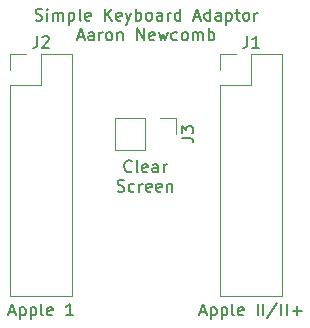
<source format=gbr>
%TF.GenerationSoftware,KiCad,Pcbnew,(5.1.9)-1*%
%TF.CreationDate,2021-08-12T01:32:41-07:00*%
%TF.ProjectId,Apple2to1,4170706c-6532-4746-9f31-2e6b69636164,rev?*%
%TF.SameCoordinates,Original*%
%TF.FileFunction,Legend,Top*%
%TF.FilePolarity,Positive*%
%FSLAX46Y46*%
G04 Gerber Fmt 4.6, Leading zero omitted, Abs format (unit mm)*
G04 Created by KiCad (PCBNEW (5.1.9)-1) date 2021-08-12 01:32:41*
%MOMM*%
%LPD*%
G01*
G04 APERTURE LIST*
%ADD10C,0.150000*%
%ADD11C,0.120000*%
G04 APERTURE END LIST*
D10*
X113832857Y-89749761D02*
X113975714Y-89797380D01*
X114213809Y-89797380D01*
X114309047Y-89749761D01*
X114356666Y-89702142D01*
X114404285Y-89606904D01*
X114404285Y-89511666D01*
X114356666Y-89416428D01*
X114309047Y-89368809D01*
X114213809Y-89321190D01*
X114023333Y-89273571D01*
X113928095Y-89225952D01*
X113880476Y-89178333D01*
X113832857Y-89083095D01*
X113832857Y-88987857D01*
X113880476Y-88892619D01*
X113928095Y-88845000D01*
X114023333Y-88797380D01*
X114261428Y-88797380D01*
X114404285Y-88845000D01*
X114832857Y-89797380D02*
X114832857Y-89130714D01*
X114832857Y-88797380D02*
X114785238Y-88845000D01*
X114832857Y-88892619D01*
X114880476Y-88845000D01*
X114832857Y-88797380D01*
X114832857Y-88892619D01*
X115309047Y-89797380D02*
X115309047Y-89130714D01*
X115309047Y-89225952D02*
X115356666Y-89178333D01*
X115451904Y-89130714D01*
X115594761Y-89130714D01*
X115690000Y-89178333D01*
X115737619Y-89273571D01*
X115737619Y-89797380D01*
X115737619Y-89273571D02*
X115785238Y-89178333D01*
X115880476Y-89130714D01*
X116023333Y-89130714D01*
X116118571Y-89178333D01*
X116166190Y-89273571D01*
X116166190Y-89797380D01*
X116642380Y-89130714D02*
X116642380Y-90130714D01*
X116642380Y-89178333D02*
X116737619Y-89130714D01*
X116928095Y-89130714D01*
X117023333Y-89178333D01*
X117070952Y-89225952D01*
X117118571Y-89321190D01*
X117118571Y-89606904D01*
X117070952Y-89702142D01*
X117023333Y-89749761D01*
X116928095Y-89797380D01*
X116737619Y-89797380D01*
X116642380Y-89749761D01*
X117690000Y-89797380D02*
X117594761Y-89749761D01*
X117547142Y-89654523D01*
X117547142Y-88797380D01*
X118451904Y-89749761D02*
X118356666Y-89797380D01*
X118166190Y-89797380D01*
X118070952Y-89749761D01*
X118023333Y-89654523D01*
X118023333Y-89273571D01*
X118070952Y-89178333D01*
X118166190Y-89130714D01*
X118356666Y-89130714D01*
X118451904Y-89178333D01*
X118499523Y-89273571D01*
X118499523Y-89368809D01*
X118023333Y-89464047D01*
X119690000Y-89797380D02*
X119690000Y-88797380D01*
X120261428Y-89797380D02*
X119832857Y-89225952D01*
X120261428Y-88797380D02*
X119690000Y-89368809D01*
X121070952Y-89749761D02*
X120975714Y-89797380D01*
X120785238Y-89797380D01*
X120690000Y-89749761D01*
X120642380Y-89654523D01*
X120642380Y-89273571D01*
X120690000Y-89178333D01*
X120785238Y-89130714D01*
X120975714Y-89130714D01*
X121070952Y-89178333D01*
X121118571Y-89273571D01*
X121118571Y-89368809D01*
X120642380Y-89464047D01*
X121451904Y-89130714D02*
X121690000Y-89797380D01*
X121928095Y-89130714D02*
X121690000Y-89797380D01*
X121594761Y-90035476D01*
X121547142Y-90083095D01*
X121451904Y-90130714D01*
X122309047Y-89797380D02*
X122309047Y-88797380D01*
X122309047Y-89178333D02*
X122404285Y-89130714D01*
X122594761Y-89130714D01*
X122690000Y-89178333D01*
X122737619Y-89225952D01*
X122785238Y-89321190D01*
X122785238Y-89606904D01*
X122737619Y-89702142D01*
X122690000Y-89749761D01*
X122594761Y-89797380D01*
X122404285Y-89797380D01*
X122309047Y-89749761D01*
X123356666Y-89797380D02*
X123261428Y-89749761D01*
X123213809Y-89702142D01*
X123166190Y-89606904D01*
X123166190Y-89321190D01*
X123213809Y-89225952D01*
X123261428Y-89178333D01*
X123356666Y-89130714D01*
X123499523Y-89130714D01*
X123594761Y-89178333D01*
X123642380Y-89225952D01*
X123690000Y-89321190D01*
X123690000Y-89606904D01*
X123642380Y-89702142D01*
X123594761Y-89749761D01*
X123499523Y-89797380D01*
X123356666Y-89797380D01*
X124547142Y-89797380D02*
X124547142Y-89273571D01*
X124499523Y-89178333D01*
X124404285Y-89130714D01*
X124213809Y-89130714D01*
X124118571Y-89178333D01*
X124547142Y-89749761D02*
X124451904Y-89797380D01*
X124213809Y-89797380D01*
X124118571Y-89749761D01*
X124070952Y-89654523D01*
X124070952Y-89559285D01*
X124118571Y-89464047D01*
X124213809Y-89416428D01*
X124451904Y-89416428D01*
X124547142Y-89368809D01*
X125023333Y-89797380D02*
X125023333Y-89130714D01*
X125023333Y-89321190D02*
X125070952Y-89225952D01*
X125118571Y-89178333D01*
X125213809Y-89130714D01*
X125309047Y-89130714D01*
X126070952Y-89797380D02*
X126070952Y-88797380D01*
X126070952Y-89749761D02*
X125975714Y-89797380D01*
X125785238Y-89797380D01*
X125690000Y-89749761D01*
X125642380Y-89702142D01*
X125594761Y-89606904D01*
X125594761Y-89321190D01*
X125642380Y-89225952D01*
X125690000Y-89178333D01*
X125785238Y-89130714D01*
X125975714Y-89130714D01*
X126070952Y-89178333D01*
X127261428Y-89511666D02*
X127737619Y-89511666D01*
X127166190Y-89797380D02*
X127499523Y-88797380D01*
X127832857Y-89797380D01*
X128594761Y-89797380D02*
X128594761Y-88797380D01*
X128594761Y-89749761D02*
X128499523Y-89797380D01*
X128309047Y-89797380D01*
X128213809Y-89749761D01*
X128166190Y-89702142D01*
X128118571Y-89606904D01*
X128118571Y-89321190D01*
X128166190Y-89225952D01*
X128213809Y-89178333D01*
X128309047Y-89130714D01*
X128499523Y-89130714D01*
X128594761Y-89178333D01*
X129499523Y-89797380D02*
X129499523Y-89273571D01*
X129451904Y-89178333D01*
X129356666Y-89130714D01*
X129166190Y-89130714D01*
X129070952Y-89178333D01*
X129499523Y-89749761D02*
X129404285Y-89797380D01*
X129166190Y-89797380D01*
X129070952Y-89749761D01*
X129023333Y-89654523D01*
X129023333Y-89559285D01*
X129070952Y-89464047D01*
X129166190Y-89416428D01*
X129404285Y-89416428D01*
X129499523Y-89368809D01*
X129975714Y-89130714D02*
X129975714Y-90130714D01*
X129975714Y-89178333D02*
X130070952Y-89130714D01*
X130261428Y-89130714D01*
X130356666Y-89178333D01*
X130404285Y-89225952D01*
X130451904Y-89321190D01*
X130451904Y-89606904D01*
X130404285Y-89702142D01*
X130356666Y-89749761D01*
X130261428Y-89797380D01*
X130070952Y-89797380D01*
X129975714Y-89749761D01*
X130737619Y-89130714D02*
X131118571Y-89130714D01*
X130880476Y-88797380D02*
X130880476Y-89654523D01*
X130928095Y-89749761D01*
X131023333Y-89797380D01*
X131118571Y-89797380D01*
X131594761Y-89797380D02*
X131499523Y-89749761D01*
X131451904Y-89702142D01*
X131404285Y-89606904D01*
X131404285Y-89321190D01*
X131451904Y-89225952D01*
X131499523Y-89178333D01*
X131594761Y-89130714D01*
X131737619Y-89130714D01*
X131832857Y-89178333D01*
X131880476Y-89225952D01*
X131928095Y-89321190D01*
X131928095Y-89606904D01*
X131880476Y-89702142D01*
X131832857Y-89749761D01*
X131737619Y-89797380D01*
X131594761Y-89797380D01*
X132356666Y-89797380D02*
X132356666Y-89130714D01*
X132356666Y-89321190D02*
X132404285Y-89225952D01*
X132451904Y-89178333D01*
X132547142Y-89130714D01*
X132642380Y-89130714D01*
X117428095Y-91161666D02*
X117904285Y-91161666D01*
X117332857Y-91447380D02*
X117666190Y-90447380D01*
X117999523Y-91447380D01*
X118761428Y-91447380D02*
X118761428Y-90923571D01*
X118713809Y-90828333D01*
X118618571Y-90780714D01*
X118428095Y-90780714D01*
X118332857Y-90828333D01*
X118761428Y-91399761D02*
X118666190Y-91447380D01*
X118428095Y-91447380D01*
X118332857Y-91399761D01*
X118285238Y-91304523D01*
X118285238Y-91209285D01*
X118332857Y-91114047D01*
X118428095Y-91066428D01*
X118666190Y-91066428D01*
X118761428Y-91018809D01*
X119237619Y-91447380D02*
X119237619Y-90780714D01*
X119237619Y-90971190D02*
X119285238Y-90875952D01*
X119332857Y-90828333D01*
X119428095Y-90780714D01*
X119523333Y-90780714D01*
X119999523Y-91447380D02*
X119904285Y-91399761D01*
X119856666Y-91352142D01*
X119809047Y-91256904D01*
X119809047Y-90971190D01*
X119856666Y-90875952D01*
X119904285Y-90828333D01*
X119999523Y-90780714D01*
X120142380Y-90780714D01*
X120237619Y-90828333D01*
X120285238Y-90875952D01*
X120332857Y-90971190D01*
X120332857Y-91256904D01*
X120285238Y-91352142D01*
X120237619Y-91399761D01*
X120142380Y-91447380D01*
X119999523Y-91447380D01*
X120761428Y-90780714D02*
X120761428Y-91447380D01*
X120761428Y-90875952D02*
X120809047Y-90828333D01*
X120904285Y-90780714D01*
X121047142Y-90780714D01*
X121142380Y-90828333D01*
X121190000Y-90923571D01*
X121190000Y-91447380D01*
X122428095Y-91447380D02*
X122428095Y-90447380D01*
X122999523Y-91447380D01*
X122999523Y-90447380D01*
X123856666Y-91399761D02*
X123761428Y-91447380D01*
X123570952Y-91447380D01*
X123475714Y-91399761D01*
X123428095Y-91304523D01*
X123428095Y-90923571D01*
X123475714Y-90828333D01*
X123570952Y-90780714D01*
X123761428Y-90780714D01*
X123856666Y-90828333D01*
X123904285Y-90923571D01*
X123904285Y-91018809D01*
X123428095Y-91114047D01*
X124237619Y-90780714D02*
X124428095Y-91447380D01*
X124618571Y-90971190D01*
X124809047Y-91447380D01*
X124999523Y-90780714D01*
X125809047Y-91399761D02*
X125713809Y-91447380D01*
X125523333Y-91447380D01*
X125428095Y-91399761D01*
X125380476Y-91352142D01*
X125332857Y-91256904D01*
X125332857Y-90971190D01*
X125380476Y-90875952D01*
X125428095Y-90828333D01*
X125523333Y-90780714D01*
X125713809Y-90780714D01*
X125809047Y-90828333D01*
X126380476Y-91447380D02*
X126285238Y-91399761D01*
X126237619Y-91352142D01*
X126190000Y-91256904D01*
X126190000Y-90971190D01*
X126237619Y-90875952D01*
X126285238Y-90828333D01*
X126380476Y-90780714D01*
X126523333Y-90780714D01*
X126618571Y-90828333D01*
X126666190Y-90875952D01*
X126713809Y-90971190D01*
X126713809Y-91256904D01*
X126666190Y-91352142D01*
X126618571Y-91399761D01*
X126523333Y-91447380D01*
X126380476Y-91447380D01*
X127142380Y-91447380D02*
X127142380Y-90780714D01*
X127142380Y-90875952D02*
X127190000Y-90828333D01*
X127285238Y-90780714D01*
X127428095Y-90780714D01*
X127523333Y-90828333D01*
X127570952Y-90923571D01*
X127570952Y-91447380D01*
X127570952Y-90923571D02*
X127618571Y-90828333D01*
X127713809Y-90780714D01*
X127856666Y-90780714D01*
X127951904Y-90828333D01*
X127999523Y-90923571D01*
X127999523Y-91447380D01*
X128475714Y-91447380D02*
X128475714Y-90447380D01*
X128475714Y-90828333D02*
X128570952Y-90780714D01*
X128761428Y-90780714D01*
X128856666Y-90828333D01*
X128904285Y-90875952D01*
X128951904Y-90971190D01*
X128951904Y-91256904D01*
X128904285Y-91352142D01*
X128856666Y-91399761D01*
X128761428Y-91447380D01*
X128570952Y-91447380D01*
X128475714Y-91399761D01*
X121957142Y-102532142D02*
X121909523Y-102579761D01*
X121766666Y-102627380D01*
X121671428Y-102627380D01*
X121528571Y-102579761D01*
X121433333Y-102484523D01*
X121385714Y-102389285D01*
X121338095Y-102198809D01*
X121338095Y-102055952D01*
X121385714Y-101865476D01*
X121433333Y-101770238D01*
X121528571Y-101675000D01*
X121671428Y-101627380D01*
X121766666Y-101627380D01*
X121909523Y-101675000D01*
X121957142Y-101722619D01*
X122528571Y-102627380D02*
X122433333Y-102579761D01*
X122385714Y-102484523D01*
X122385714Y-101627380D01*
X123290476Y-102579761D02*
X123195238Y-102627380D01*
X123004761Y-102627380D01*
X122909523Y-102579761D01*
X122861904Y-102484523D01*
X122861904Y-102103571D01*
X122909523Y-102008333D01*
X123004761Y-101960714D01*
X123195238Y-101960714D01*
X123290476Y-102008333D01*
X123338095Y-102103571D01*
X123338095Y-102198809D01*
X122861904Y-102294047D01*
X124195238Y-102627380D02*
X124195238Y-102103571D01*
X124147619Y-102008333D01*
X124052380Y-101960714D01*
X123861904Y-101960714D01*
X123766666Y-102008333D01*
X124195238Y-102579761D02*
X124100000Y-102627380D01*
X123861904Y-102627380D01*
X123766666Y-102579761D01*
X123719047Y-102484523D01*
X123719047Y-102389285D01*
X123766666Y-102294047D01*
X123861904Y-102246428D01*
X124100000Y-102246428D01*
X124195238Y-102198809D01*
X124671428Y-102627380D02*
X124671428Y-101960714D01*
X124671428Y-102151190D02*
X124719047Y-102055952D01*
X124766666Y-102008333D01*
X124861904Y-101960714D01*
X124957142Y-101960714D01*
X120766666Y-104229761D02*
X120909523Y-104277380D01*
X121147619Y-104277380D01*
X121242857Y-104229761D01*
X121290476Y-104182142D01*
X121338095Y-104086904D01*
X121338095Y-103991666D01*
X121290476Y-103896428D01*
X121242857Y-103848809D01*
X121147619Y-103801190D01*
X120957142Y-103753571D01*
X120861904Y-103705952D01*
X120814285Y-103658333D01*
X120766666Y-103563095D01*
X120766666Y-103467857D01*
X120814285Y-103372619D01*
X120861904Y-103325000D01*
X120957142Y-103277380D01*
X121195238Y-103277380D01*
X121338095Y-103325000D01*
X122195238Y-104229761D02*
X122100000Y-104277380D01*
X121909523Y-104277380D01*
X121814285Y-104229761D01*
X121766666Y-104182142D01*
X121719047Y-104086904D01*
X121719047Y-103801190D01*
X121766666Y-103705952D01*
X121814285Y-103658333D01*
X121909523Y-103610714D01*
X122100000Y-103610714D01*
X122195238Y-103658333D01*
X122623809Y-104277380D02*
X122623809Y-103610714D01*
X122623809Y-103801190D02*
X122671428Y-103705952D01*
X122719047Y-103658333D01*
X122814285Y-103610714D01*
X122909523Y-103610714D01*
X123623809Y-104229761D02*
X123528571Y-104277380D01*
X123338095Y-104277380D01*
X123242857Y-104229761D01*
X123195238Y-104134523D01*
X123195238Y-103753571D01*
X123242857Y-103658333D01*
X123338095Y-103610714D01*
X123528571Y-103610714D01*
X123623809Y-103658333D01*
X123671428Y-103753571D01*
X123671428Y-103848809D01*
X123195238Y-103944047D01*
X124480952Y-104229761D02*
X124385714Y-104277380D01*
X124195238Y-104277380D01*
X124100000Y-104229761D01*
X124052380Y-104134523D01*
X124052380Y-103753571D01*
X124100000Y-103658333D01*
X124195238Y-103610714D01*
X124385714Y-103610714D01*
X124480952Y-103658333D01*
X124528571Y-103753571D01*
X124528571Y-103848809D01*
X124052380Y-103944047D01*
X124957142Y-103610714D02*
X124957142Y-104277380D01*
X124957142Y-103705952D02*
X125004761Y-103658333D01*
X125100000Y-103610714D01*
X125242857Y-103610714D01*
X125338095Y-103658333D01*
X125385714Y-103753571D01*
X125385714Y-104277380D01*
X127770476Y-114466666D02*
X128246666Y-114466666D01*
X127675238Y-114752380D02*
X128008571Y-113752380D01*
X128341904Y-114752380D01*
X128675238Y-114085714D02*
X128675238Y-115085714D01*
X128675238Y-114133333D02*
X128770476Y-114085714D01*
X128960952Y-114085714D01*
X129056190Y-114133333D01*
X129103809Y-114180952D01*
X129151428Y-114276190D01*
X129151428Y-114561904D01*
X129103809Y-114657142D01*
X129056190Y-114704761D01*
X128960952Y-114752380D01*
X128770476Y-114752380D01*
X128675238Y-114704761D01*
X129580000Y-114085714D02*
X129580000Y-115085714D01*
X129580000Y-114133333D02*
X129675238Y-114085714D01*
X129865714Y-114085714D01*
X129960952Y-114133333D01*
X130008571Y-114180952D01*
X130056190Y-114276190D01*
X130056190Y-114561904D01*
X130008571Y-114657142D01*
X129960952Y-114704761D01*
X129865714Y-114752380D01*
X129675238Y-114752380D01*
X129580000Y-114704761D01*
X130627619Y-114752380D02*
X130532380Y-114704761D01*
X130484761Y-114609523D01*
X130484761Y-113752380D01*
X131389523Y-114704761D02*
X131294285Y-114752380D01*
X131103809Y-114752380D01*
X131008571Y-114704761D01*
X130960952Y-114609523D01*
X130960952Y-114228571D01*
X131008571Y-114133333D01*
X131103809Y-114085714D01*
X131294285Y-114085714D01*
X131389523Y-114133333D01*
X131437142Y-114228571D01*
X131437142Y-114323809D01*
X130960952Y-114419047D01*
X132627619Y-114752380D02*
X132627619Y-113752380D01*
X133103809Y-114752380D02*
X133103809Y-113752380D01*
X134294285Y-113704761D02*
X133437142Y-114990476D01*
X134627619Y-114752380D02*
X134627619Y-113752380D01*
X135103809Y-114752380D02*
X135103809Y-113752380D01*
X135580000Y-114371428D02*
X136341904Y-114371428D01*
X135960952Y-114752380D02*
X135960952Y-113990476D01*
X111609523Y-114466666D02*
X112085714Y-114466666D01*
X111514285Y-114752380D02*
X111847619Y-113752380D01*
X112180952Y-114752380D01*
X112514285Y-114085714D02*
X112514285Y-115085714D01*
X112514285Y-114133333D02*
X112609523Y-114085714D01*
X112800000Y-114085714D01*
X112895238Y-114133333D01*
X112942857Y-114180952D01*
X112990476Y-114276190D01*
X112990476Y-114561904D01*
X112942857Y-114657142D01*
X112895238Y-114704761D01*
X112800000Y-114752380D01*
X112609523Y-114752380D01*
X112514285Y-114704761D01*
X113419047Y-114085714D02*
X113419047Y-115085714D01*
X113419047Y-114133333D02*
X113514285Y-114085714D01*
X113704761Y-114085714D01*
X113800000Y-114133333D01*
X113847619Y-114180952D01*
X113895238Y-114276190D01*
X113895238Y-114561904D01*
X113847619Y-114657142D01*
X113800000Y-114704761D01*
X113704761Y-114752380D01*
X113514285Y-114752380D01*
X113419047Y-114704761D01*
X114466666Y-114752380D02*
X114371428Y-114704761D01*
X114323809Y-114609523D01*
X114323809Y-113752380D01*
X115228571Y-114704761D02*
X115133333Y-114752380D01*
X114942857Y-114752380D01*
X114847619Y-114704761D01*
X114799999Y-114609523D01*
X114799999Y-114228571D01*
X114847619Y-114133333D01*
X114942857Y-114085714D01*
X115133333Y-114085714D01*
X115228571Y-114133333D01*
X115276190Y-114228571D01*
X115276190Y-114323809D01*
X114799999Y-114419047D01*
X116990476Y-114752380D02*
X116419047Y-114752380D01*
X116704761Y-114752380D02*
X116704761Y-113752380D01*
X116609523Y-113895238D01*
X116514285Y-113990476D01*
X116419047Y-114038095D01*
D11*
%TO.C,J3*%
X125730000Y-98070000D02*
X125730000Y-99400000D01*
X124400000Y-98070000D02*
X125730000Y-98070000D01*
X123130000Y-98070000D02*
X123130000Y-100730000D01*
X123130000Y-100730000D02*
X120530000Y-100730000D01*
X123130000Y-98070000D02*
X120530000Y-98070000D01*
X120530000Y-98070000D02*
X120530000Y-100730000D01*
%TO.C,J1*%
X129480000Y-113090000D02*
X134680000Y-113090000D01*
X129480000Y-95250000D02*
X129480000Y-113090000D01*
X134680000Y-92650000D02*
X134680000Y-113090000D01*
X129480000Y-95250000D02*
X132080000Y-95250000D01*
X132080000Y-95250000D02*
X132080000Y-92650000D01*
X132080000Y-92650000D02*
X134680000Y-92650000D01*
X129480000Y-93980000D02*
X129480000Y-92650000D01*
X129480000Y-92650000D02*
X130810000Y-92650000D01*
%TO.C,J2*%
X111700000Y-92650000D02*
X113030000Y-92650000D01*
X111700000Y-93980000D02*
X111700000Y-92650000D01*
X114300000Y-92650000D02*
X116900000Y-92650000D01*
X114300000Y-95250000D02*
X114300000Y-92650000D01*
X111700000Y-95250000D02*
X114300000Y-95250000D01*
X116900000Y-92650000D02*
X116900000Y-113090000D01*
X111700000Y-95250000D02*
X111700000Y-113090000D01*
X111700000Y-113090000D02*
X116900000Y-113090000D01*
%TO.C,J3*%
D10*
X126182380Y-99733333D02*
X126896666Y-99733333D01*
X127039523Y-99780952D01*
X127134761Y-99876190D01*
X127182380Y-100019047D01*
X127182380Y-100114285D01*
X126182380Y-99352380D02*
X126182380Y-98733333D01*
X126563333Y-99066666D01*
X126563333Y-98923809D01*
X126610952Y-98828571D01*
X126658571Y-98780952D01*
X126753809Y-98733333D01*
X126991904Y-98733333D01*
X127087142Y-98780952D01*
X127134761Y-98828571D01*
X127182380Y-98923809D01*
X127182380Y-99209523D01*
X127134761Y-99304761D01*
X127087142Y-99352380D01*
%TO.C,J1*%
X131746666Y-91102380D02*
X131746666Y-91816666D01*
X131699047Y-91959523D01*
X131603809Y-92054761D01*
X131460952Y-92102380D01*
X131365714Y-92102380D01*
X132746666Y-92102380D02*
X132175238Y-92102380D01*
X132460952Y-92102380D02*
X132460952Y-91102380D01*
X132365714Y-91245238D01*
X132270476Y-91340476D01*
X132175238Y-91388095D01*
%TO.C,J2*%
X113966666Y-91102380D02*
X113966666Y-91816666D01*
X113919047Y-91959523D01*
X113823809Y-92054761D01*
X113680952Y-92102380D01*
X113585714Y-92102380D01*
X114395238Y-91197619D02*
X114442857Y-91150000D01*
X114538095Y-91102380D01*
X114776190Y-91102380D01*
X114871428Y-91150000D01*
X114919047Y-91197619D01*
X114966666Y-91292857D01*
X114966666Y-91388095D01*
X114919047Y-91530952D01*
X114347619Y-92102380D01*
X114966666Y-92102380D01*
%TD*%
M02*

</source>
